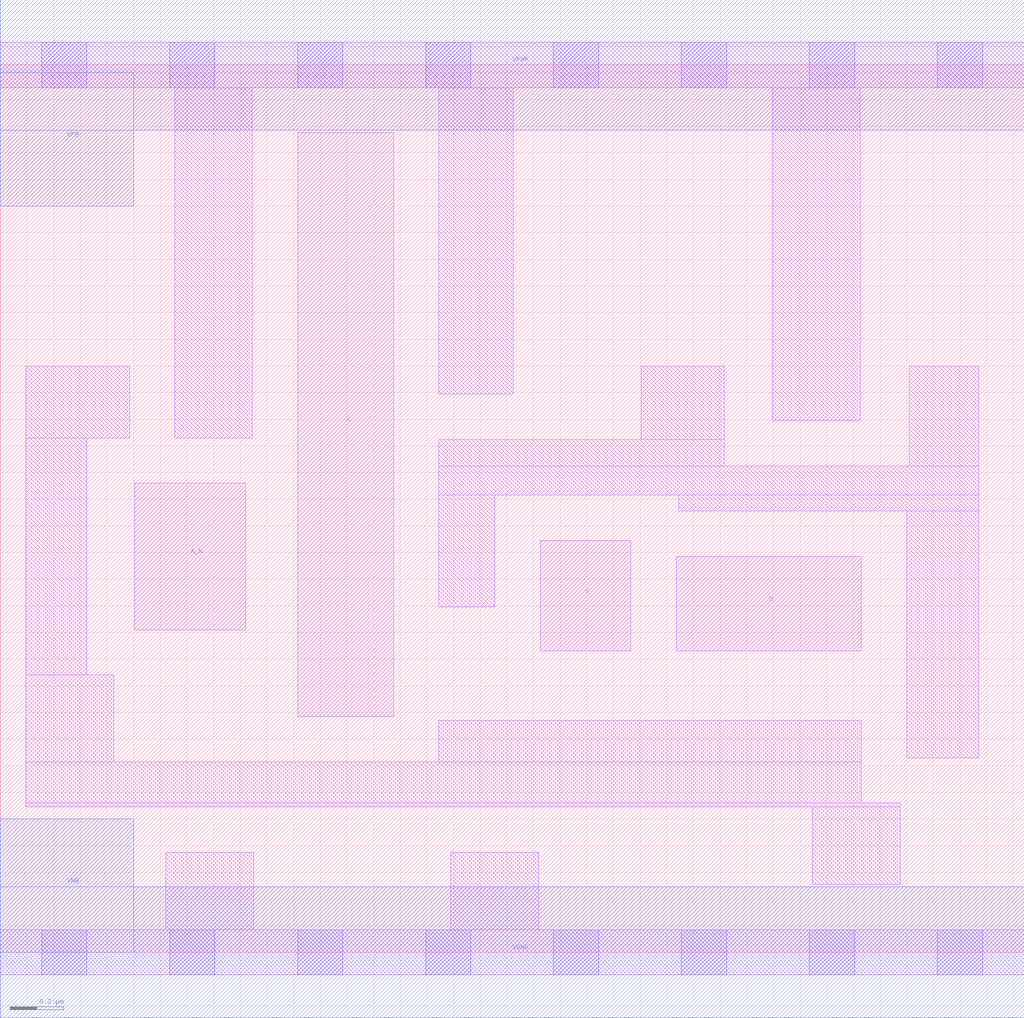
<source format=lef>
# Copyright 2020 The SkyWater PDK Authors
#
# Licensed under the Apache License, Version 2.0 (the "License");
# you may not use this file except in compliance with the License.
# You may obtain a copy of the License at
#
#     https://www.apache.org/licenses/LICENSE-2.0
#
# Unless required by applicable law or agreed to in writing, software
# distributed under the License is distributed on an "AS IS" BASIS,
# WITHOUT WARRANTIES OR CONDITIONS OF ANY KIND, either express or implied.
# See the License for the specific language governing permissions and
# limitations under the License.
#
# SPDX-License-Identifier: Apache-2.0

VERSION 5.5 ;
NAMESCASESENSITIVE ON ;
BUSBITCHARS "[]" ;
DIVIDERCHAR "/" ;
MACRO sky130_fd_sc_lp__and3b_2
  CLASS CORE ;
  SOURCE USER ;
  ORIGIN  0.000000  0.000000 ;
  SIZE  3.840000 BY  3.330000 ;
  SYMMETRY X Y R90 ;
  SITE unit ;
  PIN A_N
    ANTENNAGATEAREA  0.126000 ;
    DIRECTION INPUT ;
    USE SIGNAL ;
    PORT
      LAYER li1 ;
        RECT 0.505000 1.210000 0.920000 1.760000 ;
    END
  END A_N
  PIN B
    ANTENNAGATEAREA  0.126000 ;
    DIRECTION INPUT ;
    USE SIGNAL ;
    PORT
      LAYER li1 ;
        RECT 2.535000 1.130000 3.230000 1.485000 ;
    END
  END B
  PIN C
    ANTENNAGATEAREA  0.126000 ;
    DIRECTION INPUT ;
    USE SIGNAL ;
    PORT
      LAYER li1 ;
        RECT 2.025000 1.130000 2.365000 1.545000 ;
    END
  END C
  PIN X
    ANTENNADIFFAREA  0.588000 ;
    DIRECTION OUTPUT ;
    USE SIGNAL ;
    PORT
      LAYER li1 ;
        RECT 1.115000 0.885000 1.475000 3.075000 ;
    END
  END X
  PIN VGND
    DIRECTION INOUT ;
    USE GROUND ;
    PORT
      LAYER met1 ;
        RECT 0.000000 -0.245000 3.840000 0.245000 ;
    END
  END VGND
  PIN VNB
    DIRECTION INOUT ;
    USE GROUND ;
    PORT
      LAYER met1 ;
        RECT 0.000000 0.000000 0.500000 0.500000 ;
    END
  END VNB
  PIN VPB
    DIRECTION INOUT ;
    USE POWER ;
    PORT
      LAYER met1 ;
        RECT 0.000000 2.800000 0.500000 3.300000 ;
    END
  END VPB
  PIN VPWR
    DIRECTION INOUT ;
    USE POWER ;
    PORT
      LAYER met1 ;
        RECT 0.000000 3.085000 3.840000 3.575000 ;
    END
  END VPWR
  OBS
    LAYER li1 ;
      RECT 0.000000 -0.085000 3.840000 0.085000 ;
      RECT 0.000000  3.245000 3.840000 3.415000 ;
      RECT 0.095000  0.545000 3.375000 0.560000 ;
      RECT 0.095000  0.560000 3.230000 0.715000 ;
      RECT 0.095000  0.715000 0.425000 1.040000 ;
      RECT 0.095000  1.040000 0.325000 1.930000 ;
      RECT 0.095000  1.930000 0.485000 2.200000 ;
      RECT 0.620000  0.085000 0.950000 0.375000 ;
      RECT 0.655000  1.930000 0.945000 3.245000 ;
      RECT 1.645000  0.715000 3.230000 0.870000 ;
      RECT 1.645000  1.295000 1.855000 1.715000 ;
      RECT 1.645000  1.715000 3.670000 1.825000 ;
      RECT 1.645000  1.825000 2.715000 1.925000 ;
      RECT 1.645000  2.095000 1.925000 3.245000 ;
      RECT 1.690000  0.085000 2.020000 0.375000 ;
      RECT 2.405000  1.925000 2.715000 2.200000 ;
      RECT 2.545000  1.655000 3.670000 1.715000 ;
      RECT 2.895000  1.995000 3.225000 3.245000 ;
      RECT 3.045000  0.255000 3.375000 0.545000 ;
      RECT 3.400000  0.730000 3.670000 1.655000 ;
      RECT 3.410000  1.825000 3.670000 2.200000 ;
    LAYER mcon ;
      RECT 0.155000 -0.085000 0.325000 0.085000 ;
      RECT 0.155000  3.245000 0.325000 3.415000 ;
      RECT 0.635000 -0.085000 0.805000 0.085000 ;
      RECT 0.635000  3.245000 0.805000 3.415000 ;
      RECT 1.115000 -0.085000 1.285000 0.085000 ;
      RECT 1.115000  3.245000 1.285000 3.415000 ;
      RECT 1.595000 -0.085000 1.765000 0.085000 ;
      RECT 1.595000  3.245000 1.765000 3.415000 ;
      RECT 2.075000 -0.085000 2.245000 0.085000 ;
      RECT 2.075000  3.245000 2.245000 3.415000 ;
      RECT 2.555000 -0.085000 2.725000 0.085000 ;
      RECT 2.555000  3.245000 2.725000 3.415000 ;
      RECT 3.035000 -0.085000 3.205000 0.085000 ;
      RECT 3.035000  3.245000 3.205000 3.415000 ;
      RECT 3.515000 -0.085000 3.685000 0.085000 ;
      RECT 3.515000  3.245000 3.685000 3.415000 ;
  END
END sky130_fd_sc_lp__and3b_2
END LIBRARY

</source>
